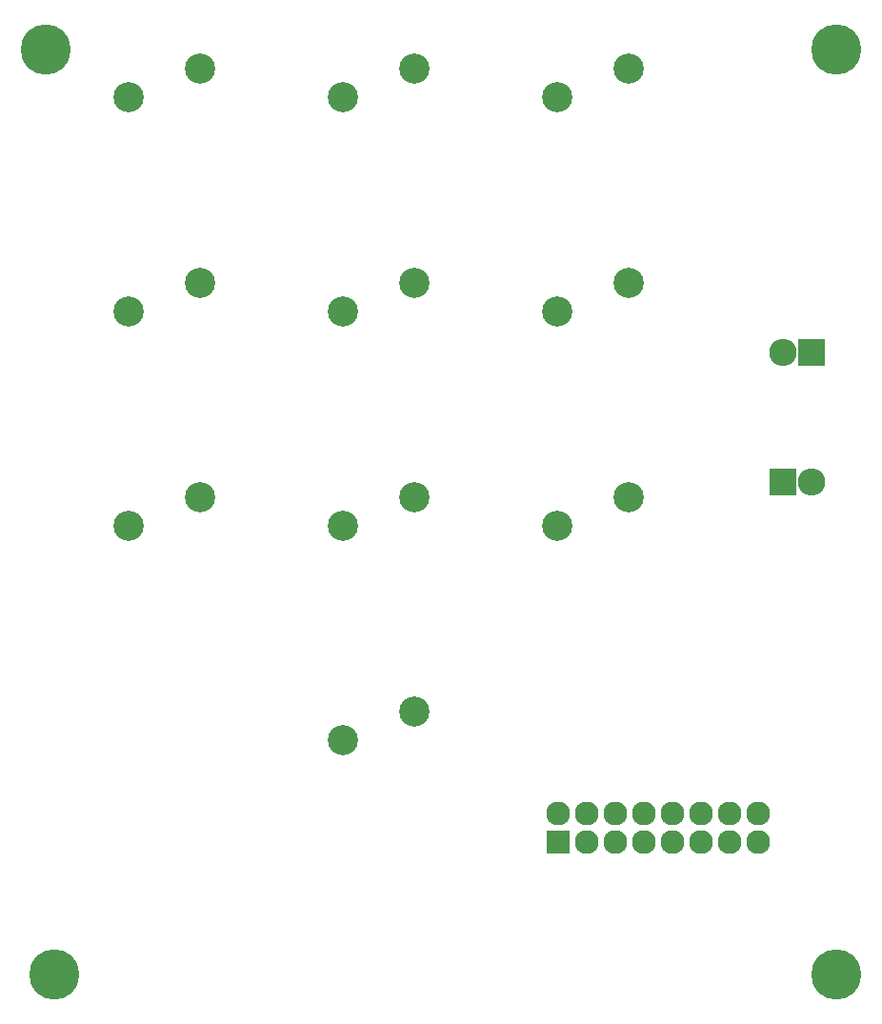
<source format=gbr>
G04 #@! TF.FileFunction,Soldermask,Bot*
%FSLAX46Y46*%
G04 Gerber Fmt 4.6, Leading zero omitted, Abs format (unit mm)*
G04 Created by KiCad (PCBNEW 4.0.5-e0-6337~49~ubuntu16.04.1) date Thu Dec 29 17:38:52 2016*
%MOMM*%
%LPD*%
G01*
G04 APERTURE LIST*
%ADD10C,0.100000*%
%ADD11R,2.127200X2.127200*%
%ADD12O,2.127200X2.127200*%
%ADD13C,4.464000*%
%ADD14R,2.432000X2.432000*%
%ADD15O,2.432000X2.432000*%
%ADD16C,2.686000*%
G04 APERTURE END LIST*
D10*
D11*
X165180000Y-120540000D03*
D12*
X165180000Y-118000000D03*
X167720000Y-120540000D03*
X167720000Y-118000000D03*
X170260000Y-120540000D03*
X170260000Y-118000000D03*
X172800000Y-120540000D03*
X172800000Y-118000000D03*
X175340000Y-120540000D03*
X175340000Y-118000000D03*
X177880000Y-120540000D03*
X177880000Y-118000000D03*
X180420000Y-120540000D03*
X180420000Y-118000000D03*
X182960000Y-120540000D03*
X182960000Y-118000000D03*
D13*
X189950000Y-50100000D03*
X120450000Y-132350000D03*
X189950000Y-132350000D03*
X119700000Y-50100000D03*
D14*
X185200000Y-88600000D03*
D15*
X187740000Y-88600000D03*
D14*
X187700000Y-77100000D03*
D15*
X185160000Y-77100000D03*
D16*
X171470000Y-51790000D03*
X165120000Y-54330000D03*
X171470000Y-89890000D03*
X165120000Y-92430000D03*
X171470000Y-70840000D03*
X165120000Y-73380000D03*
X152420000Y-108940000D03*
X146070000Y-111480000D03*
X152420000Y-89890000D03*
X146070000Y-92430000D03*
X152420000Y-70840000D03*
X146070000Y-73380000D03*
X152420000Y-51790000D03*
X146070000Y-54330000D03*
X133370000Y-89890000D03*
X127020000Y-92430000D03*
X133370000Y-51790000D03*
X127020000Y-54330000D03*
X133370000Y-70840000D03*
X127020000Y-73380000D03*
M02*

</source>
